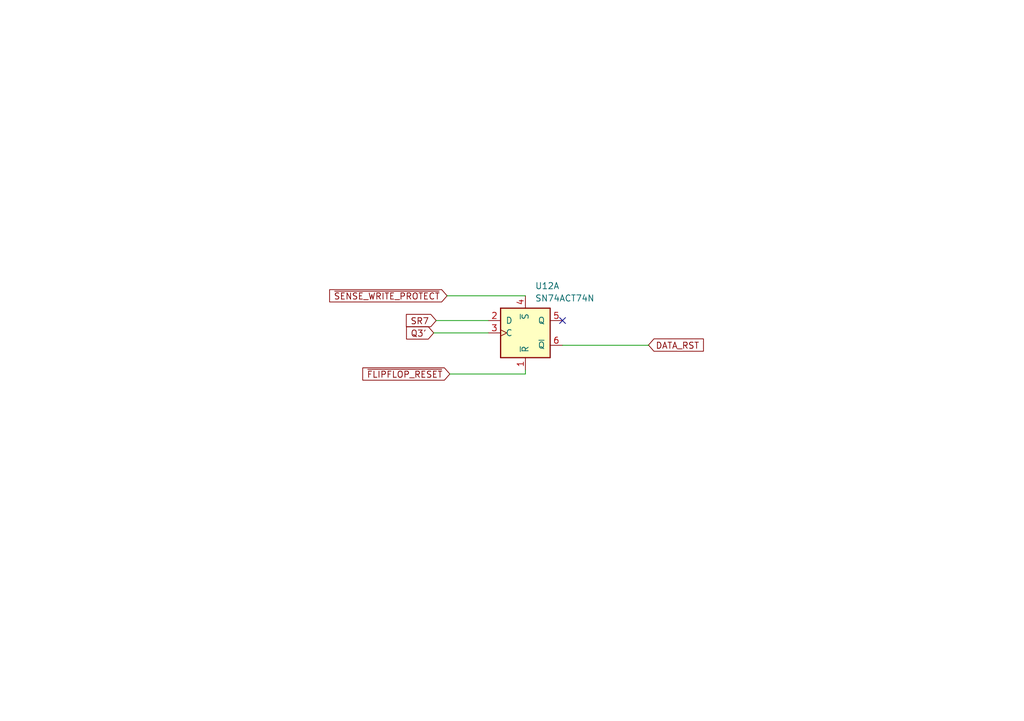
<source format=kicad_sch>
(kicad_sch (version 20230121) (generator eeschema)
  (paper "A5")
  (lib_symbols
    (symbol "74xx:74LS74" (pin_names (offset 1.016))
      (property "Reference" "U" (at -7.62 8.89 0))
      (property "Value" "74LS74" (at -7.62 -8.89 0))
      (symbol "74LS74_1_0"
        (pin input line (at 0 -7.62 90) (length 2.54) (name "~{R}") (number "1"))
        (pin input line (at -7.62 2.54 0) (length 2.54) (name "D") (number "2"))
        (pin input clock (at -7.62 0 0) (length 2.54) (name "C") (number "3"))
        (pin input line (at 0 7.62 270) (length 2.54) (name "~{S}") (number "4"))
        (pin output line (at 7.62 2.54 180) (length 2.54) (name "Q") (number "5"))
        (pin output line (at 7.62 -2.54 180) (length 2.54) (name "~{Q}") (number "6"))
      )
      (symbol "74LS74_1_1"
        (rectangle (start -5.08 5.08) (end 5.08 -5.08) (stroke (width 0.254)) (fill (type background)))
      )
      (symbol "74LS74_2_0"
        (pin input line (at 0 7.62 270) (length 2.54) (name "~{S}") (number "10"))
        (pin input clock (at -7.62 0 0) (length 2.54) (name "C") (number "11"))
        (pin input line (at -7.62 2.54 0) (length 2.54) (name "D") (number "12"))
        (pin input line (at 0 -7.62 90) (length 2.54) (name "~{R}") (number "13"))
        (pin output line (at 7.62 -2.54 180) (length 2.54) (name "~{Q}") (number "8"))
        (pin output line (at 7.62 2.54 180) (length 2.54) (name "Q") (number "9"))
      )
      (symbol "74LS74_2_1"
        (rectangle (start -5.08 5.08) (end 5.08 -5.08) (stroke (width 0.254)) (fill (type background)))
      )
      (symbol "74LS74_3_0"
        (pin power_in line (at 0 10.16 270) (length 2.54) (name "VCC") (number "14"))
        (pin power_in line (at 0 -10.16 90) (length 2.54) (name "GND") (number "7"))
      )
      (symbol "74LS74_3_1"
        (rectangle (start -5.08 7.62) (end 5.08 -7.62) (stroke (width 0.254)) (fill (type background)))
      )
    )
  )
  (no_connect (at 115.3668 65.786))
  (wire (pts (xy 91.694 60.706) (xy 107.7468 60.706)))
  (wire (pts (xy 132.9436 70.8152) (xy 132.9436 70.866)))
  (wire (pts (xy 89.4588 65.786) (xy 100.1268 65.786)))
  (wire (pts (xy 107.7468 76.7588) (xy 107.7468 75.946)))
  (wire (pts (xy 132.9436 70.8152) (xy 132.9944 70.8152)))
  (wire (pts (xy 132.9436 70.866) (xy 115.3668 70.866)))
  (wire (pts (xy 88.9508 68.326) (xy 100.1268 68.326)))
  (wire (pts (xy 92.2528 76.7588) (xy 107.7468 76.7588)))
  (global_label "DATA_RST" (shape input) (at 132.9944 70.8152 0) (property "Intersheetrefs" "${INTERSHEET_REFS}" (effects hide)))
  (global_label "SR7" (shape input) (at 89.4588 65.786 180) (property "Intersheetrefs" "${INTERSHEET_REFS}" (effects hide)))
  (global_label "~{FLIPFLOP_RESET}" (shape input) (at 92.2528 76.7588 180) (property "Intersheetrefs" "${INTERSHEET_REFS}" (effects hide)))
  (global_label "~{SENSE_WRITE_PROTECT}" (shape input) (at 91.694 60.706 180) (property "Intersheetrefs" "${INTERSHEET_REFS}" (effects hide)))
  (global_label "Q3'" (shape input) (at 88.9508 68.326 180) (property "Intersheetrefs" "${INTERSHEET_REFS}" (effects hide)))
  (symbol (lib_id "74xx:74LS74") (at 107.7468 68.326 0) (unit 1)
    (property "Reference" "U12" (at 109.7027 58.674 0) (effects (justify left)))
    (property "Value" "SN74ACT74N " (at 109.7027 61.214 0) (effects (justify left)))
    (property "Footprint" "Package_DIP:DIP-14_W7.62mm" (effects hide))
    (property "Datasheet" "74xx/74hc_hct74.pdf" (effects hide))
  )
)
</source>
